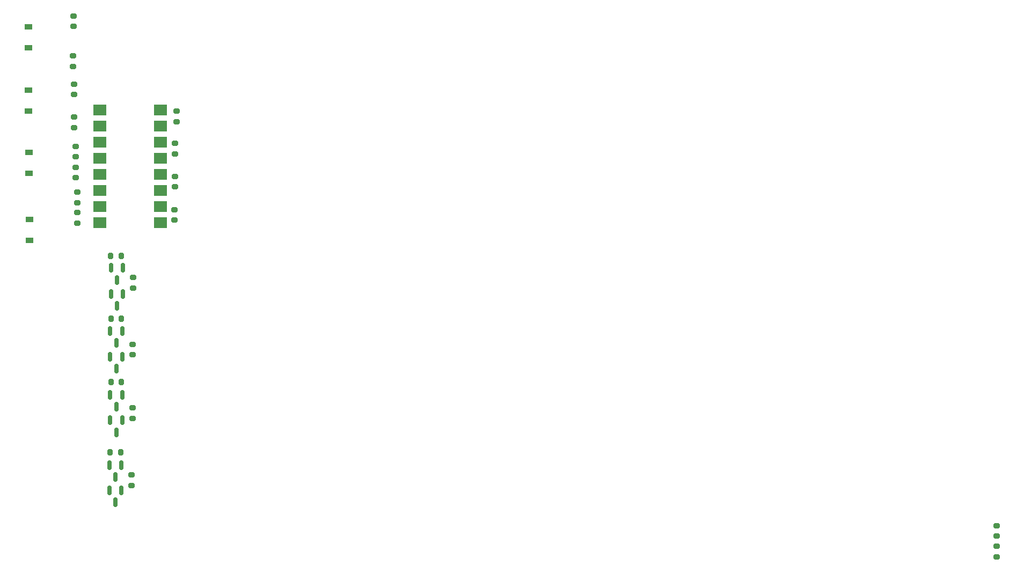
<source format=gbr>
%TF.GenerationSoftware,KiCad,Pcbnew,(6.0.5)*%
%TF.CreationDate,2023-05-15T14:24:38+02:00*%
%TF.ProjectId,stm32_prototyp,73746d33-325f-4707-926f-746f7479702e,rev?*%
%TF.SameCoordinates,Original*%
%TF.FileFunction,Paste,Bot*%
%TF.FilePolarity,Positive*%
%FSLAX46Y46*%
G04 Gerber Fmt 4.6, Leading zero omitted, Abs format (unit mm)*
G04 Created by KiCad (PCBNEW (6.0.5)) date 2023-05-15 14:24:38*
%MOMM*%
%LPD*%
G01*
G04 APERTURE LIST*
G04 Aperture macros list*
%AMRoundRect*
0 Rectangle with rounded corners*
0 $1 Rounding radius*
0 $2 $3 $4 $5 $6 $7 $8 $9 X,Y pos of 4 corners*
0 Add a 4 corners polygon primitive as box body*
4,1,4,$2,$3,$4,$5,$6,$7,$8,$9,$2,$3,0*
0 Add four circle primitives for the rounded corners*
1,1,$1+$1,$2,$3*
1,1,$1+$1,$4,$5*
1,1,$1+$1,$6,$7*
1,1,$1+$1,$8,$9*
0 Add four rect primitives between the rounded corners*
20,1,$1+$1,$2,$3,$4,$5,0*
20,1,$1+$1,$4,$5,$6,$7,0*
20,1,$1+$1,$6,$7,$8,$9,0*
20,1,$1+$1,$8,$9,$2,$3,0*%
G04 Aperture macros list end*
%ADD10RoundRect,0.200000X0.275000X-0.200000X0.275000X0.200000X-0.275000X0.200000X-0.275000X-0.200000X0*%
%ADD11R,1.200000X0.900000*%
%ADD12RoundRect,0.150000X-0.150000X0.587500X-0.150000X-0.587500X0.150000X-0.587500X0.150000X0.587500X0*%
%ADD13RoundRect,0.200000X0.200000X0.275000X-0.200000X0.275000X-0.200000X-0.275000X0.200000X-0.275000X0*%
%ADD14RoundRect,0.200000X-0.275000X0.200000X-0.275000X-0.200000X0.275000X-0.200000X0.275000X0.200000X0*%
%ADD15R,2.000000X1.780000*%
G04 APERTURE END LIST*
D10*
%TO.C,R49*%
X79075000Y-90875000D03*
X79075000Y-89225000D03*
%TD*%
D11*
%TO.C,D36*%
X71475000Y-79750000D03*
X71475000Y-83050000D03*
%TD*%
D12*
%TO.C,Q42*%
X84275000Y-107900000D03*
X86175000Y-107900000D03*
X85225000Y-109775000D03*
%TD*%
D10*
%TO.C,R31*%
X224078800Y-140284200D03*
X224078800Y-138634200D03*
%TD*%
D12*
%TO.C,Q43*%
X84140000Y-129050000D03*
X86040000Y-129050000D03*
X85090000Y-130925000D03*
%TD*%
%TO.C,Q41*%
X84140000Y-133047500D03*
X86040000Y-133047500D03*
X85090000Y-134922500D03*
%TD*%
D10*
%TO.C,R34*%
X78800000Y-80425000D03*
X78800000Y-78775000D03*
%TD*%
D13*
%TO.C,R103*%
X85915000Y-127000000D03*
X84265000Y-127000000D03*
%TD*%
%TO.C,R102*%
X86042000Y-105918000D03*
X84392000Y-105918000D03*
%TD*%
D14*
%TO.C,R32*%
X224078800Y-141884400D03*
X224078800Y-143534400D03*
%TD*%
D10*
%TO.C,R97*%
X87757000Y-121666000D03*
X87757000Y-120016000D03*
%TD*%
D13*
%TO.C,R98*%
X85979000Y-96012000D03*
X84329000Y-96012000D03*
%TD*%
D11*
%TO.C,D38*%
X71550000Y-90275000D03*
X71550000Y-93575000D03*
%TD*%
D10*
%TO.C,R100*%
X87757000Y-111633000D03*
X87757000Y-109983000D03*
%TD*%
%TO.C,R46*%
X94700000Y-74850000D03*
X94700000Y-73200000D03*
%TD*%
%TO.C,R47*%
X94500000Y-85150000D03*
X94500000Y-83500000D03*
%TD*%
%TO.C,R50*%
X94500000Y-79950000D03*
X94500000Y-78300000D03*
%TD*%
%TO.C,R96*%
X87884000Y-101092000D03*
X87884000Y-99442000D03*
%TD*%
%TO.C,R35*%
X78600000Y-70575000D03*
X78600000Y-68925000D03*
%TD*%
D12*
%TO.C,Q38*%
X84394000Y-97947000D03*
X86294000Y-97947000D03*
X85344000Y-99822000D03*
%TD*%
%TO.C,Q40*%
X84267000Y-111965500D03*
X86167000Y-111965500D03*
X85217000Y-113840500D03*
%TD*%
D10*
%TO.C,R51*%
X94425000Y-90400000D03*
X94425000Y-88750000D03*
%TD*%
D12*
%TO.C,Q36*%
X84394000Y-102059500D03*
X86294000Y-102059500D03*
X85344000Y-103934500D03*
%TD*%
D10*
%TO.C,R44*%
X78425000Y-66125000D03*
X78425000Y-64475000D03*
%TD*%
%TO.C,R33*%
X78450000Y-59850000D03*
X78450000Y-58200000D03*
%TD*%
D11*
%TO.C,D27*%
X71325000Y-59900000D03*
X71325000Y-63200000D03*
%TD*%
D12*
%TO.C,Q39*%
X84267000Y-117975000D03*
X86167000Y-117975000D03*
X85217000Y-119850000D03*
%TD*%
D10*
%TO.C,R101*%
X87630000Y-132270000D03*
X87630000Y-130620000D03*
%TD*%
D12*
%TO.C,Q37*%
X84267000Y-121998500D03*
X86167000Y-121998500D03*
X85217000Y-123873500D03*
%TD*%
D11*
%TO.C,D37*%
X71350000Y-69900000D03*
X71350000Y-73200000D03*
%TD*%
D10*
%TO.C,R48*%
X78600000Y-75800000D03*
X78600000Y-74150000D03*
%TD*%
D13*
%TO.C,R99*%
X86042000Y-115951000D03*
X84392000Y-115951000D03*
%TD*%
D15*
%TO.C,U4*%
X82635000Y-90840000D03*
X82635000Y-88300000D03*
X82635000Y-85760000D03*
X82635000Y-83220000D03*
X82635000Y-80680000D03*
X82635000Y-78140000D03*
X82635000Y-75600000D03*
X82635000Y-73060000D03*
X92165000Y-73060000D03*
X92165000Y-75600000D03*
X92165000Y-78140000D03*
X92165000Y-80680000D03*
X92165000Y-83220000D03*
X92165000Y-85760000D03*
X92165000Y-88300000D03*
X92165000Y-90840000D03*
%TD*%
D10*
%TO.C,R45*%
X78800000Y-83725000D03*
X78800000Y-82075000D03*
%TD*%
%TO.C,R36*%
X79075000Y-87650000D03*
X79075000Y-86000000D03*
%TD*%
M02*

</source>
